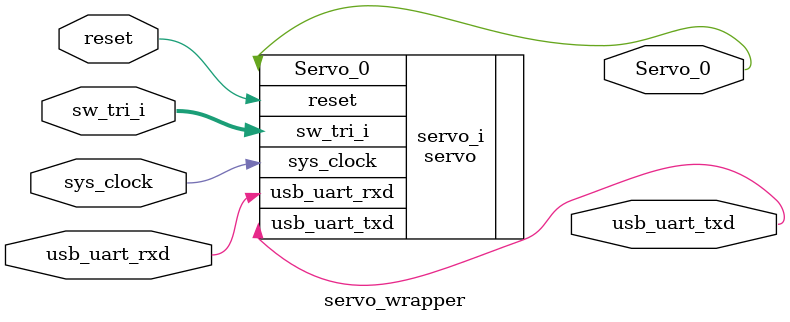
<source format=v>
`timescale 1 ps / 1 ps

module servo_wrapper
   (Servo_0,
    reset,
    sw_tri_i,
    sys_clock,
    usb_uart_rxd,
    usb_uart_txd);
  output Servo_0;
  input reset;
  input [3:0]sw_tri_i;
  input sys_clock;
  input usb_uart_rxd;
  output usb_uart_txd;

  wire Servo_0;
  wire reset;
  wire [3:0]sw_tri_i;
  wire sys_clock;
  wire usb_uart_rxd;
  wire usb_uart_txd;

  servo servo_i
       (.Servo_0(Servo_0),
        .reset(reset),
        .sw_tri_i(sw_tri_i),
        .sys_clock(sys_clock),
        .usb_uart_rxd(usb_uart_rxd),
        .usb_uart_txd(usb_uart_txd));
endmodule

</source>
